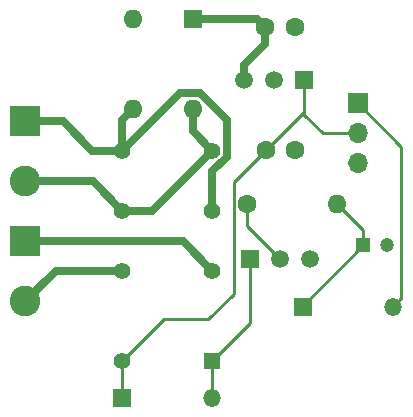
<source format=gbr>
%TF.GenerationSoftware,KiCad,Pcbnew,8.0.2*%
%TF.CreationDate,2024-12-24T23:51:17+01:00*%
%TF.ProjectId,keerlusRelais,6b656572-6c75-4735-9265-6c6169732e6b,rev?*%
%TF.SameCoordinates,Original*%
%TF.FileFunction,Copper,L2,Bot*%
%TF.FilePolarity,Positive*%
%FSLAX46Y46*%
G04 Gerber Fmt 4.6, Leading zero omitted, Abs format (unit mm)*
G04 Created by KiCad (PCBNEW 8.0.2) date 2024-12-24 23:51:17*
%MOMM*%
%LPD*%
G01*
G04 APERTURE LIST*
%TA.AperFunction,ComponentPad*%
%ADD10R,1.500000X1.500000*%
%TD*%
%TA.AperFunction,ComponentPad*%
%ADD11O,1.500000X1.500000*%
%TD*%
%TA.AperFunction,ComponentPad*%
%ADD12R,1.200000X1.200000*%
%TD*%
%TA.AperFunction,ComponentPad*%
%ADD13C,1.200000*%
%TD*%
%TA.AperFunction,ComponentPad*%
%ADD14C,1.600000*%
%TD*%
%TA.AperFunction,ComponentPad*%
%ADD15R,1.400000X1.400000*%
%TD*%
%TA.AperFunction,ComponentPad*%
%ADD16C,1.400000*%
%TD*%
%TA.AperFunction,ComponentPad*%
%ADD17R,1.600000X1.600000*%
%TD*%
%TA.AperFunction,ComponentPad*%
%ADD18O,1.600000X1.600000*%
%TD*%
%TA.AperFunction,ComponentPad*%
%ADD19R,2.600000X2.600000*%
%TD*%
%TA.AperFunction,ComponentPad*%
%ADD20C,2.600000*%
%TD*%
%TA.AperFunction,ComponentPad*%
%ADD21C,1.500000*%
%TD*%
%TA.AperFunction,ComponentPad*%
%ADD22R,1.700000X1.700000*%
%TD*%
%TA.AperFunction,ComponentPad*%
%ADD23O,1.700000X1.700000*%
%TD*%
%TA.AperFunction,Conductor*%
%ADD24C,0.250000*%
%TD*%
%TA.AperFunction,Conductor*%
%ADD25C,0.700000*%
%TD*%
G04 APERTURE END LIST*
D10*
%TO.P,D3,1,K*%
%TO.N,Net-(D3-K)*%
X168905000Y-68707000D03*
D11*
%TO.P,D3,2,A*%
%TO.N,Net-(D3-A)*%
X176525000Y-68707000D03*
%TD*%
D12*
%TO.P,C3,1*%
%TO.N,Net-(D3-K)*%
X174033401Y-63500000D03*
D13*
%TO.P,C3,2*%
%TO.N,GND*%
X176033401Y-63500000D03*
%TD*%
D14*
%TO.P,C1,1*%
%TO.N,VCC*%
X165750000Y-45000000D03*
%TO.P,C1,2*%
%TO.N,GND*%
X168250000Y-45000000D03*
%TD*%
D15*
%TO.P,K1,1*%
%TO.N,Net-(D2-A)*%
X161242500Y-73246500D03*
D16*
%TO.P,K1,4*%
%TO.N,/DCC_A_OUT*%
X161242500Y-65626500D03*
%TO.P,K1,6*%
%TO.N,/DCC_A_IN*%
X161242500Y-60546500D03*
%TO.P,K1,8*%
%TO.N,/DCC_B_IN*%
X161242500Y-55466500D03*
%TO.P,K1,9*%
%TO.N,/DCC_A_IN*%
X153622500Y-55466500D03*
%TO.P,K1,11*%
%TO.N,/DCC_B_IN*%
X153622500Y-60546500D03*
%TO.P,K1,13*%
%TO.N,/DCC_B_OUT*%
X153622500Y-65626500D03*
%TO.P,K1,16*%
%TO.N,+12V*%
X153622500Y-73246500D03*
%TD*%
D14*
%TO.P,C2,1*%
%TO.N,+12V*%
X165770000Y-55414000D03*
%TO.P,C2,2*%
%TO.N,GND*%
X168270000Y-55414000D03*
%TD*%
D17*
%TO.P,D1,1,+*%
%TO.N,VCC*%
X159626000Y-44323000D03*
D18*
%TO.P,D1,2,-*%
%TO.N,GND*%
X154546000Y-44323000D03*
%TO.P,D1,3*%
%TO.N,/DCC_A_IN*%
X154546000Y-51943000D03*
%TO.P,D1,4*%
%TO.N,/DCC_B_IN*%
X159626000Y-51943000D03*
%TD*%
D19*
%TO.P,J2,1,Pin_1*%
%TO.N,/DCC_A_OUT*%
X145415000Y-63119000D03*
D20*
%TO.P,J2,2,Pin_2*%
%TO.N,/DCC_B_OUT*%
X145415000Y-68199000D03*
%TD*%
D10*
%TO.P,U1,1,VO*%
%TO.N,+12V*%
X169040000Y-49500000D03*
D21*
%TO.P,U1,2,GND*%
%TO.N,GND*%
X166500000Y-49500000D03*
%TO.P,U1,3,VI*%
%TO.N,VCC*%
X163960000Y-49500000D03*
%TD*%
D19*
%TO.P,J1,1,Pin_1*%
%TO.N,/DCC_A_IN*%
X145415000Y-52959000D03*
D20*
%TO.P,J1,2,Pin_2*%
%TO.N,/DCC_B_IN*%
X145415000Y-58039000D03*
%TD*%
D14*
%TO.P,R1,1*%
%TO.N,Net-(Q1-B)*%
X164190000Y-60000000D03*
D18*
%TO.P,R1,2*%
%TO.N,Net-(D3-K)*%
X171810000Y-60000000D03*
%TD*%
D10*
%TO.P,D2,1,K*%
%TO.N,+12V*%
X153622500Y-76430500D03*
D11*
%TO.P,D2,2,A*%
%TO.N,Net-(D2-A)*%
X161242500Y-76430500D03*
%TD*%
D10*
%TO.P,Q1,1,C*%
%TO.N,Net-(D2-A)*%
X164465000Y-64643000D03*
D21*
%TO.P,Q1,2,B*%
%TO.N,Net-(Q1-B)*%
X167005000Y-64643000D03*
%TO.P,Q1,3,E*%
%TO.N,GND*%
X169545000Y-64643000D03*
%TD*%
D22*
%TO.P,J3,1,Pin_1*%
%TO.N,Net-(D3-A)*%
X173625000Y-51475000D03*
D23*
%TO.P,J3,2,Pin_2*%
%TO.N,+12V*%
X173625000Y-54015000D03*
%TO.P,J3,3,Pin_3*%
%TO.N,GND*%
X173625000Y-56555000D03*
%TD*%
D24*
%TO.N,Net-(D3-K)*%
X174033401Y-63500000D02*
X174033401Y-62223401D01*
X174033401Y-62223401D02*
X171810000Y-60000000D01*
X168905000Y-68707000D02*
X168905000Y-68628401D01*
X168905000Y-68628401D02*
X174033401Y-63500000D01*
%TO.N,Net-(D3-A)*%
X177275000Y-55125000D02*
X173625000Y-51475000D01*
X176525000Y-68707000D02*
X177275000Y-67957000D01*
X177275000Y-67957000D02*
X177275000Y-55125000D01*
%TO.N,Net-(D2-A)*%
X164465000Y-70024000D02*
X164465000Y-64643000D01*
X161242500Y-73246500D02*
X164465000Y-70024000D01*
%TO.N,+12V*%
X160909000Y-69723000D02*
X157146000Y-69723000D01*
X163065489Y-58118511D02*
X163065489Y-67566511D01*
X163065489Y-67566511D02*
X160909000Y-69723000D01*
X157146000Y-69723000D02*
X153622500Y-73246500D01*
X165770000Y-55414000D02*
X163065489Y-58118511D01*
D25*
%TO.N,VCC*%
X165750000Y-46467000D02*
X163960000Y-48257000D01*
X159626000Y-44323000D02*
X165073000Y-44323000D01*
X165750000Y-45000000D02*
X165750000Y-46467000D01*
X163960000Y-48257000D02*
X163960000Y-49500000D01*
X165073000Y-44323000D02*
X165750000Y-45000000D01*
D24*
%TO.N,+12V*%
X153622500Y-76430500D02*
X153622500Y-73246500D01*
X170601000Y-54015000D02*
X173625000Y-54015000D01*
X169040000Y-52454000D02*
X170601000Y-54015000D01*
X168730000Y-52454000D02*
X165770000Y-55414000D01*
X168780000Y-52454000D02*
X169040000Y-52194000D01*
X169040000Y-49500000D02*
X169040000Y-52194000D01*
X168730000Y-52454000D02*
X168780000Y-52454000D01*
X169040000Y-52194000D02*
X169040000Y-52454000D01*
X169040000Y-52454000D02*
X168730000Y-52454000D01*
%TO.N,Net-(Q1-B)*%
X164190000Y-61870000D02*
X166960000Y-64640000D01*
X164190000Y-60000000D02*
X164190000Y-61870000D01*
D25*
%TO.N,/DCC_A_OUT*%
X158735000Y-63119000D02*
X161242500Y-65626500D01*
X145415000Y-63119000D02*
X158735000Y-63119000D01*
%TO.N,/DCC_B_OUT*%
X153622500Y-65626500D02*
X147987500Y-65626500D01*
X147987500Y-65626500D02*
X145415000Y-68199000D01*
%TO.N,/DCC_B_IN*%
X153622500Y-60546500D02*
X156162500Y-60546500D01*
X156162500Y-60546500D02*
X161242500Y-55466500D01*
X151115000Y-58039000D02*
X153622500Y-60546500D01*
X145415000Y-58039000D02*
X151115000Y-58039000D01*
X159626000Y-51943000D02*
X159626000Y-53850000D01*
X159626000Y-53850000D02*
X161242500Y-55466500D01*
%TO.N,/DCC_A_IN*%
X158495511Y-50593489D02*
X160194489Y-50593489D01*
X153622500Y-52866500D02*
X154546000Y-51943000D01*
X153622500Y-55466500D02*
X153622500Y-52866500D01*
X153622500Y-55466500D02*
X158495511Y-50593489D01*
X151097500Y-55466500D02*
X148590000Y-52959000D01*
X162492011Y-55984065D02*
X161242500Y-57233576D01*
X160194489Y-50593489D02*
X162492011Y-52891011D01*
X148590000Y-52959000D02*
X145415000Y-52959000D01*
X161242500Y-57233576D02*
X161242500Y-60546500D01*
X153622500Y-55466500D02*
X151097500Y-55466500D01*
X162492011Y-52891011D02*
X162492011Y-55984065D01*
D24*
%TO.N,Net-(D2-A)*%
X161242500Y-76430500D02*
X161242500Y-73246500D01*
%TD*%
M02*

</source>
